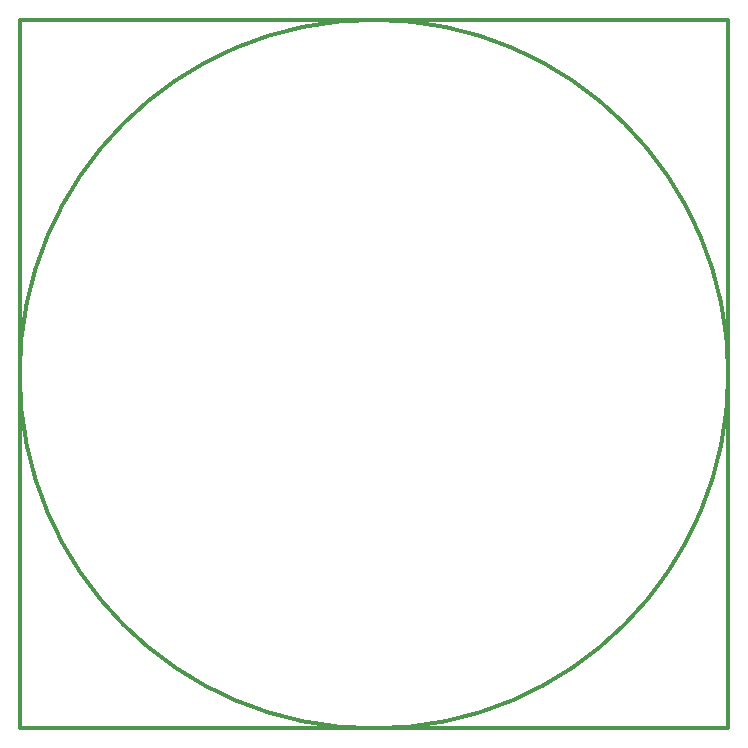
<source format=gko>
G04*
G04 #@! TF.GenerationSoftware,Altium Limited,Altium Designer,21.0.9 (235)*
G04*
G04 Layer_Color=16711935*
%FSTAX24Y24*%
%MOIN*%
G70*
G04*
G04 #@! TF.SameCoordinates,013E48BC-1F52-4242-9F7F-A7329D5E5ACC*
G04*
G04*
G04 #@! TF.FilePolarity,Positive*
G04*
G01*
G75*
%ADD15C,0.0118*%
D15*
X050061Y0314D02*
G03*
X050061Y0314I-011811J0D01*
G01*
X026439Y043211D02*
X03825D01*
X026439Y0314D02*
Y043211D01*
Y019589D02*
Y0314D01*
Y019589D02*
X03825D01*
X050061D01*
Y0314D01*
Y043211D01*
X03825D02*
X050061D01*
M02*

</source>
